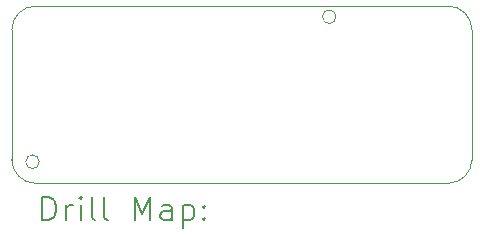
<source format=gbr>
%TF.GenerationSoftware,KiCad,Pcbnew,8.0.4*%
%TF.CreationDate,2025-01-12T18:10:02+03:00*%
%TF.ProjectId,STM32+RF+USB,53544d33-322b-4524-962b-5553422e6b69,rev?*%
%TF.SameCoordinates,Original*%
%TF.FileFunction,Drillmap*%
%TF.FilePolarity,Positive*%
%FSLAX45Y45*%
G04 Gerber Fmt 4.5, Leading zero omitted, Abs format (unit mm)*
G04 Created by KiCad (PCBNEW 8.0.4) date 2025-01-12 18:10:02*
%MOMM*%
%LPD*%
G01*
G04 APERTURE LIST*
%ADD10C,0.050000*%
%ADD11C,0.200000*%
G04 APERTURE END LIST*
D10*
X18155000Y-4475000D02*
G75*
G02*
X18355000Y-4675000I0J-200000D01*
G01*
X18355000Y-4935000D02*
X18355000Y-4675000D01*
X14660000Y-5975000D02*
X15175000Y-5975000D01*
X18355000Y-5225000D02*
X18355000Y-4935000D01*
X14460000Y-4735000D02*
X14460000Y-4675000D01*
X14460000Y-4675000D02*
G75*
G02*
X14660000Y-4475000I200000J0D01*
G01*
X17165000Y-5975000D02*
X18155000Y-5975000D01*
X18120000Y-4475000D02*
X18155000Y-4475000D01*
X14692600Y-5792600D02*
G75*
G02*
X14577400Y-5792600I-57600J0D01*
G01*
X14577400Y-5792600D02*
G75*
G02*
X14692600Y-5792600I57600J0D01*
G01*
X17205000Y-4565000D02*
G75*
G02*
X17089800Y-4565000I-57600J0D01*
G01*
X17089800Y-4565000D02*
G75*
G02*
X17205000Y-4565000I57600J0D01*
G01*
X15715000Y-5975000D02*
X16625000Y-5975000D01*
X16625000Y-5975000D02*
X17165000Y-5975000D01*
X15175000Y-5975000D02*
X15715000Y-5975000D01*
X16085000Y-4475000D02*
X16540000Y-4475000D01*
X14660000Y-5975000D02*
G75*
G02*
X14460000Y-5775000I0J200000D01*
G01*
X16540000Y-4475000D02*
X18120000Y-4475000D01*
X18355000Y-5775000D02*
G75*
G02*
X18155000Y-5975000I-200000J0D01*
G01*
X14460000Y-5525000D02*
X14460000Y-4735000D01*
X18355000Y-5225000D02*
X18355000Y-5775000D01*
X16085000Y-4475000D02*
X14660000Y-4475000D01*
X14460000Y-5525000D02*
X14460000Y-5775000D01*
D11*
X14718277Y-6288984D02*
X14718277Y-6088984D01*
X14718277Y-6088984D02*
X14765896Y-6088984D01*
X14765896Y-6088984D02*
X14794467Y-6098508D01*
X14794467Y-6098508D02*
X14813515Y-6117555D01*
X14813515Y-6117555D02*
X14823039Y-6136603D01*
X14823039Y-6136603D02*
X14832562Y-6174698D01*
X14832562Y-6174698D02*
X14832562Y-6203269D01*
X14832562Y-6203269D02*
X14823039Y-6241365D01*
X14823039Y-6241365D02*
X14813515Y-6260412D01*
X14813515Y-6260412D02*
X14794467Y-6279460D01*
X14794467Y-6279460D02*
X14765896Y-6288984D01*
X14765896Y-6288984D02*
X14718277Y-6288984D01*
X14918277Y-6288984D02*
X14918277Y-6155650D01*
X14918277Y-6193746D02*
X14927801Y-6174698D01*
X14927801Y-6174698D02*
X14937324Y-6165174D01*
X14937324Y-6165174D02*
X14956372Y-6155650D01*
X14956372Y-6155650D02*
X14975420Y-6155650D01*
X15042086Y-6288984D02*
X15042086Y-6155650D01*
X15042086Y-6088984D02*
X15032562Y-6098508D01*
X15032562Y-6098508D02*
X15042086Y-6108031D01*
X15042086Y-6108031D02*
X15051610Y-6098508D01*
X15051610Y-6098508D02*
X15042086Y-6088984D01*
X15042086Y-6088984D02*
X15042086Y-6108031D01*
X15165896Y-6288984D02*
X15146848Y-6279460D01*
X15146848Y-6279460D02*
X15137324Y-6260412D01*
X15137324Y-6260412D02*
X15137324Y-6088984D01*
X15270658Y-6288984D02*
X15251610Y-6279460D01*
X15251610Y-6279460D02*
X15242086Y-6260412D01*
X15242086Y-6260412D02*
X15242086Y-6088984D01*
X15499229Y-6288984D02*
X15499229Y-6088984D01*
X15499229Y-6088984D02*
X15565896Y-6231841D01*
X15565896Y-6231841D02*
X15632562Y-6088984D01*
X15632562Y-6088984D02*
X15632562Y-6288984D01*
X15813515Y-6288984D02*
X15813515Y-6184222D01*
X15813515Y-6184222D02*
X15803991Y-6165174D01*
X15803991Y-6165174D02*
X15784943Y-6155650D01*
X15784943Y-6155650D02*
X15746848Y-6155650D01*
X15746848Y-6155650D02*
X15727801Y-6165174D01*
X15813515Y-6279460D02*
X15794467Y-6288984D01*
X15794467Y-6288984D02*
X15746848Y-6288984D01*
X15746848Y-6288984D02*
X15727801Y-6279460D01*
X15727801Y-6279460D02*
X15718277Y-6260412D01*
X15718277Y-6260412D02*
X15718277Y-6241365D01*
X15718277Y-6241365D02*
X15727801Y-6222317D01*
X15727801Y-6222317D02*
X15746848Y-6212793D01*
X15746848Y-6212793D02*
X15794467Y-6212793D01*
X15794467Y-6212793D02*
X15813515Y-6203269D01*
X15908753Y-6155650D02*
X15908753Y-6355650D01*
X15908753Y-6165174D02*
X15927801Y-6155650D01*
X15927801Y-6155650D02*
X15965896Y-6155650D01*
X15965896Y-6155650D02*
X15984943Y-6165174D01*
X15984943Y-6165174D02*
X15994467Y-6174698D01*
X15994467Y-6174698D02*
X16003991Y-6193746D01*
X16003991Y-6193746D02*
X16003991Y-6250888D01*
X16003991Y-6250888D02*
X15994467Y-6269936D01*
X15994467Y-6269936D02*
X15984943Y-6279460D01*
X15984943Y-6279460D02*
X15965896Y-6288984D01*
X15965896Y-6288984D02*
X15927801Y-6288984D01*
X15927801Y-6288984D02*
X15908753Y-6279460D01*
X16089705Y-6269936D02*
X16099229Y-6279460D01*
X16099229Y-6279460D02*
X16089705Y-6288984D01*
X16089705Y-6288984D02*
X16080182Y-6279460D01*
X16080182Y-6279460D02*
X16089705Y-6269936D01*
X16089705Y-6269936D02*
X16089705Y-6288984D01*
X16089705Y-6165174D02*
X16099229Y-6174698D01*
X16099229Y-6174698D02*
X16089705Y-6184222D01*
X16089705Y-6184222D02*
X16080182Y-6174698D01*
X16080182Y-6174698D02*
X16089705Y-6165174D01*
X16089705Y-6165174D02*
X16089705Y-6184222D01*
M02*

</source>
